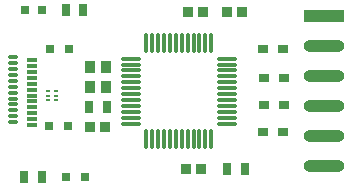
<source format=gbr>
G04*
G04 #@! TF.GenerationSoftware,Altium Limited,Altium Designer,23.1.1 (15)*
G04*
G04 Layer_Color=8421504*
%FSLAX25Y25*%
%MOIN*%
G70*
G04*
G04 #@! TF.SameCoordinates,1495F0C7-D67D-4403-963C-54D1E027F531*
G04*
G04*
G04 #@! TF.FilePolarity,Positive*
G04*
G01*
G75*
%ADD17O,0.13780X0.04016*%
%ADD18R,0.13780X0.04016*%
%ADD19R,0.03150X0.03150*%
%ADD20R,0.03150X0.03937*%
G04:AMPARAMS|DCode=21|XSize=7.87mil|YSize=16.54mil|CornerRadius=1.97mil|HoleSize=0mil|Usage=FLASHONLY|Rotation=270.000|XOffset=0mil|YOffset=0mil|HoleType=Round|Shape=RoundedRectangle|*
%AMROUNDEDRECTD21*
21,1,0.00787,0.01260,0,0,270.0*
21,1,0.00394,0.01654,0,0,270.0*
1,1,0.00394,-0.00630,-0.00197*
1,1,0.00394,-0.00630,0.00197*
1,1,0.00394,0.00630,0.00197*
1,1,0.00394,0.00630,-0.00197*
%
%ADD21ROUNDEDRECTD21*%
%ADD22R,0.03543X0.04134*%
G04:AMPARAMS|DCode=23|XSize=10.63mil|YSize=35.43mil|CornerRadius=1.33mil|HoleSize=0mil|Usage=FLASHONLY|Rotation=270.000|XOffset=0mil|YOffset=0mil|HoleType=Round|Shape=RoundedRectangle|*
%AMROUNDEDRECTD23*
21,1,0.01063,0.03278,0,0,270.0*
21,1,0.00797,0.03543,0,0,270.0*
1,1,0.00266,-0.01639,-0.00399*
1,1,0.00266,-0.01639,0.00399*
1,1,0.00266,0.01639,0.00399*
1,1,0.00266,0.01639,-0.00399*
%
%ADD23ROUNDEDRECTD23*%
G04:AMPARAMS|DCode=24|XSize=10.63mil|YSize=31.5mil|CornerRadius=1.33mil|HoleSize=0mil|Usage=FLASHONLY|Rotation=270.000|XOffset=0mil|YOffset=0mil|HoleType=Round|Shape=RoundedRectangle|*
%AMROUNDEDRECTD24*
21,1,0.01063,0.02884,0,0,270.0*
21,1,0.00797,0.03150,0,0,270.0*
1,1,0.00266,-0.01442,-0.00399*
1,1,0.00266,-0.01442,0.00399*
1,1,0.00266,0.01442,0.00399*
1,1,0.00266,0.01442,-0.00399*
%
%ADD24ROUNDEDRECTD24*%
%ADD25R,0.03100X0.03100*%
%ADD26R,0.03740X0.03740*%
%ADD27R,0.03543X0.03150*%
%ADD28O,0.01100X0.07087*%
%ADD29O,0.07087X0.01100*%
D17*
X500500Y314000D02*
D03*
Y334000D02*
D03*
Y344000D02*
D03*
Y324000D02*
D03*
Y304000D02*
D03*
D18*
Y354000D02*
D03*
D19*
X420748Y300500D02*
D03*
X414252D02*
D03*
X408850Y317500D02*
D03*
X415150D02*
D03*
X415500Y343000D02*
D03*
X409201D02*
D03*
D20*
X406469Y300500D02*
D03*
X400563D02*
D03*
X422047Y323699D02*
D03*
X427953D02*
D03*
X414258Y356000D02*
D03*
X420164D02*
D03*
X468000Y303000D02*
D03*
X473906D02*
D03*
D21*
X411000Y325925D02*
D03*
Y327500D02*
D03*
Y329075D02*
D03*
X408441Y325925D02*
D03*
Y327500D02*
D03*
Y329075D02*
D03*
D22*
X422244Y330399D02*
D03*
X427756D02*
D03*
X422244Y337000D02*
D03*
X427756D02*
D03*
D23*
X403130Y317681D02*
D03*
Y319650D02*
D03*
Y321618D02*
D03*
Y323587D02*
D03*
Y325555D02*
D03*
Y327524D02*
D03*
Y329492D02*
D03*
Y331461D02*
D03*
Y333429D02*
D03*
Y335398D02*
D03*
Y337366D02*
D03*
Y339335D02*
D03*
D24*
X396831Y340319D02*
D03*
Y338350D02*
D03*
Y336382D02*
D03*
Y334413D02*
D03*
Y332445D02*
D03*
Y330476D02*
D03*
Y328508D02*
D03*
Y326539D02*
D03*
Y324571D02*
D03*
Y322602D02*
D03*
Y320634D02*
D03*
Y318665D02*
D03*
D25*
X400600Y356000D02*
D03*
X406500D02*
D03*
D26*
X468039Y355500D02*
D03*
X472961D02*
D03*
X459961D02*
D03*
X455039D02*
D03*
X427461Y317000D02*
D03*
X459413Y303000D02*
D03*
X422539Y317000D02*
D03*
X454492Y303000D02*
D03*
D27*
X480154Y315500D02*
D03*
X486846D02*
D03*
X480307Y324500D02*
D03*
X487000D02*
D03*
Y333500D02*
D03*
X480307D02*
D03*
X486846Y343000D02*
D03*
X480154D02*
D03*
D28*
X441173Y312955D02*
D03*
X443142D02*
D03*
X445110D02*
D03*
X447079D02*
D03*
X449047D02*
D03*
X451016D02*
D03*
X452984D02*
D03*
X454953D02*
D03*
X456921D02*
D03*
X458890D02*
D03*
X460858D02*
D03*
X462827D02*
D03*
Y345045D02*
D03*
X460858D02*
D03*
X458890D02*
D03*
X456921D02*
D03*
X454953D02*
D03*
X452984D02*
D03*
X451016D02*
D03*
X449047D02*
D03*
X447079D02*
D03*
X445110D02*
D03*
X443142D02*
D03*
X441173D02*
D03*
D29*
X468045Y318173D02*
D03*
Y320142D02*
D03*
Y322110D02*
D03*
Y324079D02*
D03*
Y326047D02*
D03*
Y328016D02*
D03*
Y329984D02*
D03*
Y331953D02*
D03*
Y333921D02*
D03*
Y335890D02*
D03*
Y337858D02*
D03*
Y339827D02*
D03*
X435955D02*
D03*
Y337858D02*
D03*
Y335890D02*
D03*
Y333921D02*
D03*
Y331953D02*
D03*
Y329984D02*
D03*
Y328016D02*
D03*
Y326047D02*
D03*
Y324079D02*
D03*
Y322110D02*
D03*
Y320142D02*
D03*
Y318173D02*
D03*
M02*

</source>
